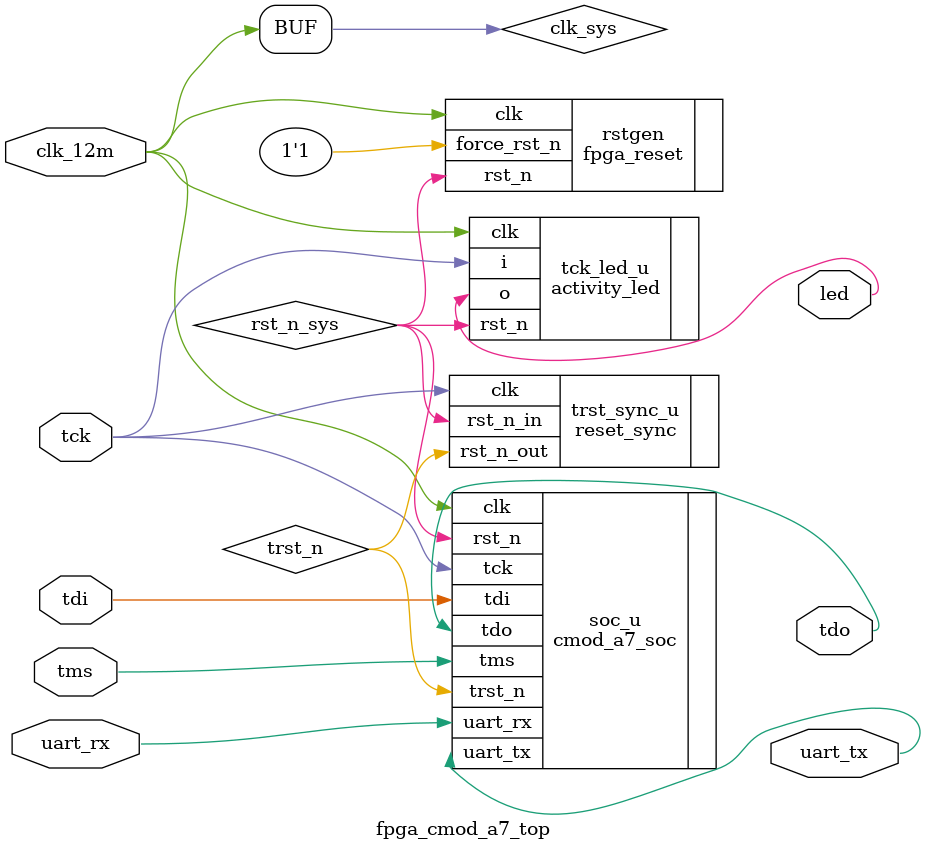
<source format=v>
`default_nettype none

module fpga_cmod_a7_top (
	input wire        clk_12m,

	input  wire       tck,
	input  wire       tms,
	input  wire       tdi,
	output wire       tdo,

	output wire       led,

	output wire       uart_tx,
	input  wire       uart_rx
);

    wire clk_sys;
    wire rst_n_sys;
    wire trst_n;

    assign clk_sys = clk_12m;

/*
    // 使用xilinx vivado中的mmcm IP进行倍频
    // 输入为12MHZ，输出为24MHZ
    mmcm_main_clk u_mmcm_main_clk (
        .clk_out1(clk_sys),
        .resetn  (gen_reset_n),
        .clk_in1 (clk_12m),
        .locked  (main_clk_locked)
    );
*/

    fpga_reset #(
        .SHIFT (5)
    ) rstgen (
        .clk         (clk_sys),
        .force_rst_n (1'b1),
        .rst_n       (rst_n_sys)
    );

    reset_sync trst_sync_u (
        .clk       (tck),
        .rst_n_in  (rst_n_sys),
        .rst_n_out (trst_n)
    );

    activity_led #(
        .WIDTH (1 << 6),
        .ACTIVE_LEVEL (1'b1)
    ) tck_led_u (
        .clk   (clk_sys),
        .rst_n (rst_n_sys),
        .i     (tck),
        .o     (led)
    );

    cmod_a7_soc #(
        .DTM_TYPE       ("JTAG"),
        .CLK_MHZ        (12),
        .SRAM_DEPTH     (1 << 15)
    ) soc_u (
        .clk            (clk_sys),
        .rst_n          (rst_n_sys),

        .tck            (tck),
        .trst_n         (trst_n),
        .tms            (tms),
        .tdi            (tdi),
        .tdo            (tdo),

        .uart_tx        (uart_tx),
        .uart_rx        (uart_rx)
    );

endmodule

</source>
